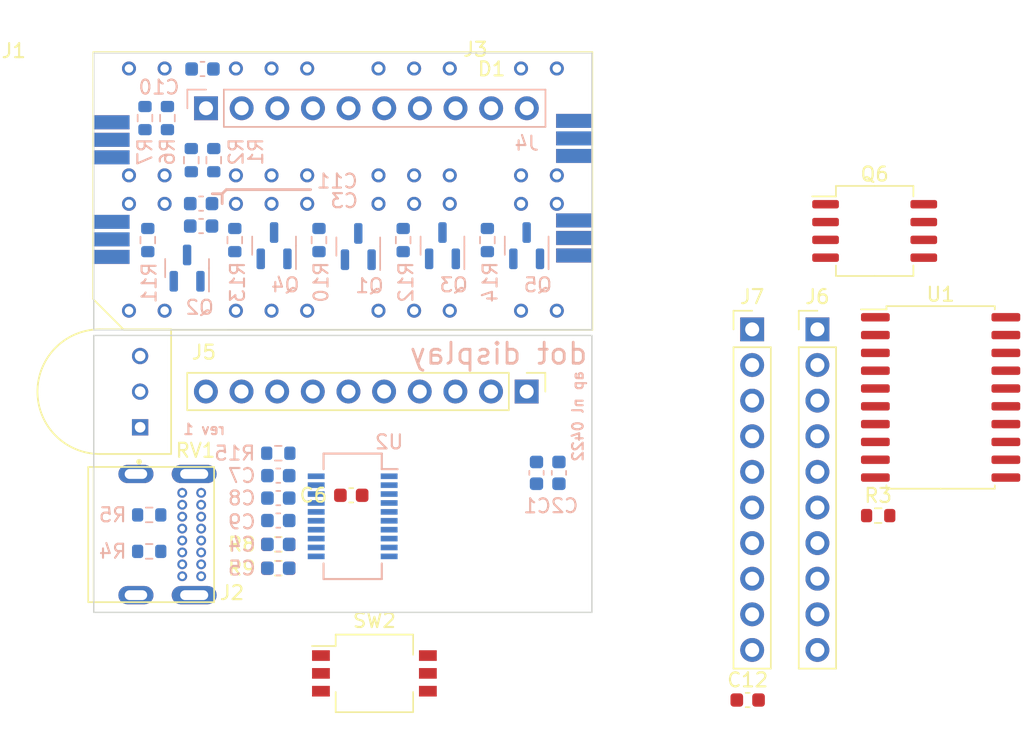
<source format=kicad_pcb>
(kicad_pcb (version 20211014) (generator pcbnew)
  (layers (0 "F.Cu" signal) (31 "B.Cu" signal) (34 "B.Paste" user) (35 "F.Paste" user) (36 "B.SilkS" user "B.Silkscreen") (37 "F.SilkS" user "F.Silkscreen") (38 "B.Mask" user) (39 "F.Mask" user) (44 "Edge.Cuts" user))
  (net 0 "")
  (net 1 "Net-(D1-Pad26A)")
  (net 2 "/COL_2")
  (net 3 "/COL_4")
  (net 4 "Net-(D1-Pad26B)")
  (net 5 "/COL_1")
  (net 6 "/V_COL")
  (net 7 "/COL_3")
  (net 8 "/COL_5")
  (net 9 "/A_DATA")
  (net 10 "/nBLNK")
  (net 11 "/CLK")
  (net 12 "GND")
  (net 13 "Net-(Q6-Pad3)")
  (net 14 "+5V")
  (net 15 "Net-(J2-PadA5)")
  (net 16 "/D+")
  (net 17 "/D-")
  (net 19 "Net-(J2-PadB5)")
  (net 21 "/MCU_COL_4")
  (net 22 "/MCU_COL_5")
  (net 23 "/POT")
  (net 26 "/MCU_DATA")
  (net 27 "/UPDI")
  (net 28 "/MCU_COL_1")
  (net 29 "/MCU_COL_2")
  (net 30 "/MCU_COL_3")
  (net 33 "+3V3")
  (net 39 "Net-(R9-Pad1)")
  (net 40 "Net-(R8-Pad1)")
  (net 44 "Net-(R15-Pad2)")
  (net 45 "Net-(Q1-Pad3)")
  (net 46 "Net-(Q2-Pad3)")
  (net 47 "Net-(Q3-Pad3)")
  (net 48 "Net-(Q4-Pad3)")
  (net 49 "Net-(Q5-Pad3)")
  (net 50 "/B_DATA")
  (net 52 "/DAISY_A_DATA")
  (net 54 "/DAISY_B_DATA")
  (net 55 "Net-(J2-PadA4)")
  (net 66 "/COL_PWM")
  (footprint "Package_SO:SOIC-20W_7.5x12.8mm_P1.27mm" (layer "F.Cu") (at 223.1 114.42)
    (fp_text reference "U1" (at 0 -7.35) (layer "F.SilkS"))
    (fp_text value "ATtiny826-SXX")
    (fp_line (start -3.86 -6.51) (end -3.86 -6.275) (layer "F.SilkS") (width 0.12))
    (fp_line (start -3.86 -6.275) (end -5.675 -6.275) (layer "F.SilkS") (width 0.12))
    (fp_line (start 0 6.51) (end -3.86 6.51) (layer "F.SilkS") (width 0.12))
    (fp_line (start 3.86 6.51) (end 3.86 6.275) (layer "F.SilkS") (width 0.12))
    (fp_line (start 0 -6.51) (end -3.86 -6.51) (layer "F.SilkS") (width 0.12))
    (fp_line (start -3.86 6.51) (end -3.86 6.275) (layer "F.SilkS") (width 0.12))
    (fp_line (start 0 6.51) (end 3.86 6.51) (layer "F.SilkS") (width 0.12))
    (fp_line (start 3.86 -6.51) (end 3.86 -6.275) (layer "F.SilkS") (width 0.12))
    (fp_line (start 0 -6.51) (end 3.86 -6.51) (layer "F.SilkS") (width 0.12))
    (pad "1" smd roundrect (at -4.65 -5.715) (size 2.05 0.6) (layers "F.Cu" "F.Paste" "F.Mask") (net 14 "+5V"))
    (pad "2" smd roundrect (at -4.65 -4.445) (size 2.05 0.6) (layers "F.Cu" "F.Paste" "F.Mask"))
    (pad "3" smd roundrect (at -4.65 -3.175) (size 2.05 0.6) (layers "F.Cu" "F.Paste" "F.Mask") (net 11 "/CLK"))
    (pad "4" smd roundrect (at -4.65 -1.905) (size 2.05 0.6) (layers "F.Cu" "F.Paste" "F.Mask"))
    (pad "5" smd roundrect (at -4.65 -0.635) (size 2.05 0.6) (layers "F.Cu" "F.Paste" "F.Mask") (net 10 "/nBLNK"))
    (pad "6" smd roundrect (at -4.65 0.635) (size 2.05 0.6) (layers "F.Cu" "F.Paste" "F.Mask") (net 26 "/MCU_DATA"))
    (pad "7" smd roundrect (at -4.65 1.905) (size 2.05 0.6) (layers "F.Cu" "F.Paste" "F.Mask") (net 22 "/MCU_COL_5"))
    (pad "8" smd roundrect (at -4.65 3.175) (size 2.05 0.6) (layers "F.Cu" "F.Paste" "F.Mask") (net 21 "/MCU_COL_4"))
    (pad "9" smd roundrect (at -4.65 4.445) (size 2.05 0.6) (layers "F.Cu" "F.Paste" "F.Mask") (net 30 "/MCU_COL_3"))
    (pad "10" smd roundrect (at -4.65 5.715) (size 2.05 0.6) (layers "F.Cu" "F.Paste" "F.Mask") (net 29 "/MCU_COL_2"))
    (pad "11" smd roundrect (at 4.65 5.715) (size 2.05 0.6) (layers "F.Cu" "F.Paste" "F.Mask") (net 28 "/MCU_COL_1"))
    (pad "12" smd roundrect (at 4.65 4.445) (size 2.05 0.6) (layers "F.Cu" "F.Paste" "F.Mask"))
    (pad "13" smd roundrect (at 4.65 3.175) (size 2.05 0.6) (layers "F.Cu" "F.Paste" "F.Mask"))
    (pad "14" smd roundrect (at 4.65 1.905) (size 2.05 0.6) (layers "F.Cu" "F.Paste" "F.Mask"))
    (pad "15" smd roundrect (at 4.65 0.635) (size 2.05 0.6) (layers "F.Cu" "F.Paste" "F.Mask"))
    (pad "16" smd roundrect (at 4.65 -0.635) (size 2.05 0.6) (layers "F.Cu" "F.Paste" "F.Mask") (net 27 "/UPDI"))
    (pad "17" smd roundrect (at 4.65 -1.905) (size 2.05 0.6) (layers "F.Cu" "F.Paste" "F.Mask"))
    (pad "18" smd roundrect (at 4.65 -3.175) (size 2.05 0.6) (layers "F.Cu" "F.Paste" "F.Mask") (net 23 "/POT"))
    (pad "19" smd roundrect (at 4.65 -4.445) (size 2.05 0.6) (layers "F.Cu" "F.Paste" "F.Mask") (net 66 "/COL_PWM"))
    (pad "20" smd roundrect (at 4.65 -5.715) (size 2.05 0.6) (layers "F.Cu" "F.Paste" "F.Mask") (net 12 "GND"))
  )
  (footprint "Resistor_SMD:R_0603_1608Metric" (layer "F.Cu") (at 175.9 124.9 180)
    (fp_text reference "R8" (at 2.6 0) (layer "F.SilkS"))
    (fp_text value "27")
    (fp_line (start -0.237258 -0.5225) (end 0.237258 -0.5225) (layer "F.SilkS") (width 0.12))
    (fp_line (start -0.237258 0.5225) (end 0.237258 0.5225) (layer "F.SilkS") (width 0.12))
    (pad "1" smd roundrect (at -0.825 0 180) (size 0.8 0.95) (layers "F.Cu" "F.Paste" "F.Mask") (net 40 "Net-(R8-Pad1)"))
    (pad "2" smd roundrect (at 0.825 0 180) (size 0.8 0.95) (layers "F.Cu" "F.Paste" "F.Mask") (net 17 "/D-"))
  )
  (footprint "hcms:input board to board con top bot" (layer "F.Cu") (at 196.95 99.55)
    (fp_text reference "J3" (at -7 -9.95 unlocked) (layer "F.SilkS"))
    (fp_text value "Conn_01x12")
    (pad "1" smd rect (at 0 -4.85) (size 2.5 1) (layers "B.Cu" "B.Paste" "B.Mask") (net 14 "+5V"))
    (pad "2" smd rect (at 0 -3.6) (size 2.5 1) (layers "B.Cu" "B.Paste" "B.Mask") (net 6 "/V_COL"))
    (pad "3" smd rect (at 0 -4.85) (size 2.5 1) (layers "F.Cu" "F.Paste" "F.Mask") (net 28 "/MCU_COL_1"))
    (pad "4" smd rect (at 0 -3.6) (size 2.5 1) (layers "F.Cu" "F.Paste" "F.Mask") (net 29 "/MCU_COL_2"))
    (pad "5" smd rect (at 0 -2.35) (size 2.5 1) (layers "F.Cu" "F.Paste" "F.Mask") (net 30 "/MCU_COL_3"))
    (pad "6" smd rect (at 0 2.25) (size 2.5 1) (layers "F.Cu" "F.Paste" "F.Mask") (net 21 "/MCU_COL_4"))
    (pad "7" smd rect (at 0 3.5) (size 2.5 1) (layers "F.Cu" "F.Paste" "F.Mask") (net 22 "/MCU_COL_5"))
    (pad "8" smd rect (at 0 4.75) (size 2.5 1) (layers "F.Cu" "F.Paste" "F.Mask") (net 10 "/nBLNK"))
    (pad "9" smd rect (at 0 -2.35) (size 2.5 1) (layers "B.Cu" "B.Paste" "B.Mask") (net 11 "/CLK"))
    (pad "10" smd rect (at 0 2.25) (size 2.5 1) (layers "B.Cu" "B.Paste" "B.Mask") (net 52 "/DAISY_A_DATA"))
    (pad "11" smd rect (at 0 3.5) (size 2.5 1) (layers "B.Cu" "B.Paste" "B.Mask") (net 54 "/DAISY_B_DATA"))
    (pad "12" smd rect (at 0 4.75) (size 2.5 1) (layers "B.Cu" "B.Paste" "B.Mask") (net 12 "GND"))
  )
  (footprint "Connector_PinHeader_2.54mm:PinHeader_1x10_P2.54mm_Vertical" (layer "F.Cu") (at 214.32 109.57)
    (fp_text reference "J6" (at 0 -2.33) (layer "F.SilkS"))
    (fp_text value "Conn_01x10_Male")
    (fp_line (start -1.33 0) (end -1.33 -1.33) (layer "F.SilkS") (width 0.12))
    (fp_line (start 1.33 1.27) (end 1.33 24.19) (layer "F.SilkS") (width 0.12))
    (fp_line (start -1.33 -1.33) (end 0 -1.33) (layer "F.SilkS") (width 0.12))
    (fp_line (start -1.33 24.19) (end 1.33 24.19) (layer "F.SilkS") (width 0.12))
    (fp_line (start -1.33 1.27) (end -1.33 24.19) (layer "F.SilkS") (width 0.12))
    (fp_line (start -1.33 1.27) (end 1.33 1.27) (layer "F.SilkS") (width 0.12))
    (pad "1" thru_hole rect (at 0 0) (size 1.7 1.7) (drill 1) (layers *.Cu *.Mask) (net 14 "+5V"))
    (pad "2" thru_hole oval (at 0 2.54) (size 1.7 1.7) (drill 1) (layers *.Cu *.Mask) (net 28 "/MCU_COL_1"))
    (pad "3" thru_hole oval (at 0 5.08) (size 1.7 1.7) (drill 1) (layers *.Cu *.Mask) (net 29 "/MCU_COL_2"))
    (pad "4" thru_hole oval (at 0 7.62) (size 1.7 1.7) (drill 1) (layers *.Cu *.Mask) (net 30 "/MCU_COL_3"))
    (pad "5" thru_hole oval (at 0 10.16) (size 1.7 1.7) (drill 1) (layers *.Cu *.Mask) (net 21 "/MCU_COL_4"))
    (pad "6" thru_hole oval (at 0 12.7) (size 1.7 1.7) (drill 1) (layers *.Cu *.Mask) (net 22 "/MCU_COL_5"))
    (pad "7" thru_hole oval (at 0 15.24) (size 1.7 1.7) (drill 1) (layers *.Cu *.Mask) (net 10 "/nBLNK"))
    (pad "8" thru_hole oval (at 0 17.78) (size 1.7 1.7) (drill 1) (layers *.Cu *.Mask) (net 11 "/CLK"))
    (pad "9" thru_hole oval (at 0 20.32) (size 1.7 1.7) (drill 1) (layers *.Cu *.Mask) (net 26 "/MCU_DATA"))
    (pad "10" thru_hole oval (at 0 22.86) (size 1.7 1.7) (drill 1) (layers *.Cu *.Mask) (net 12 "GND"))
  )
  (footprint "Capacitor_SMD:C_0603_1608Metric" (layer "F.Cu") (at 209.35 136)
    (fp_text reference "C12" (at 0 -1.43) (layer "F.SilkS"))
    (fp_text value "100nF")
    (fp_line (start -0.14058 -0.51) (end 0.14058 -0.51) (layer "F.SilkS") (width 0.12))
    (fp_line (start -0.14058 0.51) (end 0.14058 0.51) (layer "F.SilkS") (width 0.12))
    (pad "1" smd roundrect (at -0.775 0) (size 0.9 0.95) (layers "F.Cu" "F.Paste" "F.Mask") (net 6 "/V_COL"))
    (pad "2" smd roundrect (at 0.775 0) (size 0.9 0.95) (layers "F.Cu" "F.Paste" "F.Mask") (net 12 "GND"))
  )
  (footprint "Capacitor_SMD:C_0603_1608Metric" (layer "F.Cu") (at 181.1 121.4 180)
    (fp_text reference "C6" (at 2.7 0) (layer "F.SilkS"))
    (fp_text value "100nF")
    (fp_line (start -0.14058 0.51) (end 0.14058 0.51) (layer "F.SilkS") (width 0.12))
    (fp_line (start -0.14058 -0.51) (end 0.14058 -0.51) (layer "F.SilkS") (width 0.12))
    (pad "1" smd roundrect (at -0.775 0 180) (size 0.9 0.95) (layers "F.Cu" "F.Paste" "F.Mask") (net 33 "+3V3"))
    (pad "2" smd roundrect (at 0.775 0 180) (size 0.9 0.95) (layers "F.Cu" "F.Paste" "F.Mask") (net 12 "GND"))
  )
  (footprint "Connector_PinHeader_2.54mm:PinHeader_1x10_P2.54mm_Vertical" (layer "F.Cu") (at 209.67 109.57)
    (fp_text reference "J7" (at 0 -2.33) (layer "F.SilkS"))
    (fp_text value "Conn_01x10_Female")
    (fp_line (start -1.33 -1.33) (end 0 -1.33) (layer "F.SilkS") (width 0.12))
    (fp_line (start -1.33 24.19) (end 1.33 24.19) (layer "F.SilkS") (width 0.12))
    (fp_line (start -1.33 1.27) (end 1.33 1.27) (layer "F.SilkS") (width 0.12))
    (fp_line (start -1.33 0) (end -1.33 -1.33) (layer "F.SilkS") (width 0.12))
    (fp_line (start 1.33 1.27) (end 1.33 24.19) (layer "F.SilkS") (width 0.12))
    (fp_line (start -1.33 1.27) (end -1.33 24.19) (layer "F.SilkS") (width 0.12))
    (pad "1" thru_hole rect (at 0 0) (size 1.7 1.7) (drill 1) (layers *.Cu *.Mask) (net 14 "+5V"))
    (pad "2" thru_hole oval (at 0 2.54) (size 1.7 1.7) (drill 1) (layers *.Cu *.Mask) (net 28 "/MCU_COL_1"))
    (pad "3" thru_hole oval (at 0 5.08) (size 1.7 1.7) (drill 1) (layers *.Cu *.Mask) (net 29 "/MCU_COL_2"))
    (pad "4" thru_hole oval (at 0 7.62) (size 1.7 1.7) (drill 1) (layers *.Cu *.Mask) (net 30 "/MCU_COL_3"))
    (pad "5" thru_hole oval (at 0 10.16) (size 1.7 1.7) (drill 1) (layers *.Cu *.Mask) (net 21 "/MCU_COL_4"))
    (pad "6" thru_hole oval (at 0 12.7) (size 1.7 1.7) (drill 1) (layers *.Cu *.Mask) (net 22 "/MCU_COL_5"))
    (pad "7" thru_hole oval (at 0 15.24) (size 1.7 1.7) (drill 1) (layers *.Cu *.Mask) (net 10 "/nBLNK"))
    (pad "8" thru_hole oval (at 0 17.78) (size 1.7 1.7) (drill 1) (layers *.Cu *.Mask) (net 11 "/CLK"))
    (pad "9" thru_hole oval (at 0 20.32) (size 1.7 1.7) (drill 1) (layers *.Cu *.Mask) (net 26 "/MCU_DATA"))
    (pad "10" thru_hole oval (at 0 22.86) (size 1.7 1.7) (drill 1) (layers *.Cu *.Mask) (net 12 "GND"))
  )
  (footprint "Resistor_SMD:R_0603_1608Metric" (layer "F.Cu") (at 218.65 122.85)
    (fp_text reference "R3" (at 0 -1.43) (layer "F.SilkS"))
    (fp_text value "200")
    (fp_line (start -0.237258 0.5225) (end 0.237258 0.5225) (layer "F.SilkS") (width 0.12))
    (fp_line (start -0.237258 -0.5225) (end 0.237258 -0.5225) (layer "F.SilkS") (width 0.12))
    (pad "1" smd roundrect (at -0.825 0) (size 0.8 0.95) (layers "F.Cu" "F.Paste" "F.Mask") (net 66 "/COL_PWM"))
    (pad "2" smd roundrect (at 0.825 0) (size 0.8 0.95) (layers "F.Cu" "F.Paste" "F.Mask") (net 13 "Net-(Q6-Pad3)"))
  )
  (footprint "hcms:TRIM_3352T-1-201LF" (layer "F.Cu") (at 163.1825 114.01 90)
    (fp_text reference "RV1" (at -4.19 6.8175 180) (layer "F.SilkS"))
    (fp_text value "R_Potentiometer")
    (fp_line (start 4.445 0) (end 4.445 5.08) (layer "F.SilkS") (width 0.127))
    (fp_line (start -4.445 5.08) (end 4.445 5.08) (layer "F.SilkS") (width 0.127))
    (fp_line (start -4.445 0) (end -4.445 5.08) (layer "F.SilkS") (width 0.127))
    (fp_arc (start -4.445 0) (mid 0 -4.445) (end 4.445 0) (layer "F.SilkS") (width 0.127))
    (fp_circle (center -5 2.8) (end -4.9 2.8) (layer "F.SilkS") (width 0.2) (fill none))
    (pad "1" thru_hole rect (at -2.54 2.87 90) (size 1.16 1.16) (drill 0.76) (layers *.Cu *.Mask) (net 14 "+5V"))
    (pad "2" thru_hole circle (at 0 2.87 90) (size 1.16 1.16) (drill 0.76) (layers *.Cu *.Mask) (net 23 "/POT"))
    (pad "3" thru_hole circle (at 2.54 2.87 90) (size 1.16 1.16) (drill 0.76) (layers *.Cu *.Mask) (net 12 "GND"))
  )
  (footprint "hcms:input board to board con top bot" (layer "F.Cu") (at 164.05 99.65)
    (fp_text reference "J1" (at -7 -9.95 unlocked) (layer "F.SilkS"))
    (fp_text value "Conn_01x12")
    (pad "1" smd rect (at 0 -4.85) (size 2.5 1) (layers "B.Cu" "B.Paste" "B.Mask") (net 14 "+5V"))
    (pad "2" smd rect (at 0 -3.6) (size 2.5 1) (layers "B.Cu" "B.Paste" "B.Mask") (net 6 "/V_COL"))
    (pad "3" smd rect (at 0 -4.85) (size 2.5 1) (layers "F.Cu" "F.Paste" "F.Mask") (net 28 "/MCU_COL_1"))
    (pad "4" smd rect (at 0 -3.6) (size 2.5 1) (layers "F.Cu" "F.Paste" "F.Mask") (net 29 "/MCU_COL_2"))
    (pad "5" smd rect (at 0 -2.35) (size 2.5 1) (layers "F.Cu" "F.Paste" "F.Mask") (net 30 "/MCU_COL_3"))
    (pad "6" smd rect (at 0 2.25) (size 2.5 1) (layers "F.Cu" "F.Paste" "F.Mask") (net 21 "/MCU_COL_4"))
    (pad "7" smd rect (at 0 3.5) (size 2.5 1) (layers "F.Cu" "F.Paste" "F.Mask") (net 22 "/MCU_COL_5"))
    (pad "8" smd rect (at 0 4.75) (size 2.5 1) (layers "F.Cu" "F.Paste" "F.Mask") (net 10 "/nBLNK"))
    (pad "9" smd rect (at 0 -2.35) (size 2.5 1) (layers "B.Cu" "B.Paste" "B.Mask") (net 11 "/CLK"))
    (pad "10" smd rect (at 0 2.25) (size 2.5 1) (layers "B.Cu" "B.Paste" "B.Mask") (net 52 "/DAISY_A_DATA"))
    (pad "11" smd rect (at 0 3.5) (size 2.5 1) (layers "B.Cu" "B.Paste" "B.Mask") (net 54 "/DAISY_B_DATA"))
    (pad "12" smd rect (at 0 4.75) (size 2.5 1) (layers "B.Cu" "B.Paste" "B.Mask") (net 12 "GND"))
  )
  (footprint "Resistor_SMD:R_0603_1608Metric" (layer "F.Cu") (at 175.9 126.6 180)
    (fp_text reference "R9" (at 2.6 0) (layer "F.SilkS"))
    (fp_text value "27")
    (fp_line (start -0.237258 0.5225) (end 0.237258 0.5225) (layer "F.SilkS") (width 0.12))
    (fp_line (start -0.237258 -0.5225) (end 0.237258 -0.5225) (layer "F.SilkS") (width 0.12))
    (pad "1" smd roundrect (at -0.825 0 180) (size 0.8 0.95) (layers "F.Cu" "F.Paste" "F.Mask") (net 39 "Net-(R9-Pad1)"))
    (pad "2" smd roundrect (at 0.825 0 180) (size 0.8 0.95) (layers "F.Cu" "F.Paste" "F.Mask") (net 16 "/D+"))
  )
  (footprint "Package_SO:SO-8_5.3x6.2mm_P1.27mm" (layer "F.Cu") (at 218.4 102.55)
    (fp_text reference "Q6" (at 0 -4.05) (layer "F.SilkS"))
    (fp_text value "Q_PMOS_DSG")
    (fp_line (start -2.76 3.21) (end -2.76 2.465) (layer "F.SilkS") (width 0.12))
    (fp_line (start 0 -3.21) (end 2.76 -3.21) (layer "F.SilkS") (width 0.12))
    (fp_line (start 2.76 -3.21) (end 2.76 -2.465) (layer "F.SilkS") (width 0.12))
    (fp_line (start 0 3.21) (end 2.76 3.21) (layer "F.SilkS") (width 0.12))
    (fp_line (start 0 -3.21) (end -2.76 -3.21) (layer "F.SilkS") (width 0.12))
    (fp_line (start 0 3.21) (end -2.76 3.21) (layer "F.SilkS") (width 0.12))
    (fp_line (start -2.76 -2.465) (end -4.45 -2.465) (layer "F.SilkS") (width 0.12))
    (fp_line (start -2.76 -3.21) (end -2.76 -2.465) (layer "F.SilkS") (width 0.12))
    (fp_line (start 2.76 3.21) (end 2.76 2.465) (layer "F.SilkS") (width 0.12))
    (pad "1" smd roundrect (at -3.5 -1.905) (size 1.9 0.6) (layers "F.Cu" "F.Paste" "F.Mask") (net 6 "/V_COL"))
    (pad "2" smd roundrect (at -3.5 -0.635) (size 1.9 0.6) (layers "F.Cu" "F.Paste" "F.Mask") (net 14 "+5V"))
    (pad "3" smd roundrect (at -3.5 0.635) (size 1.9 0.6) (layers "F.Cu" "F.Paste" "F.Mask") (net 13 "Net-(Q6-Pad3)"))
    (pad "4" smd roundrect (at -3.5 1.905) (size 1.9 0.6) (layers "F.Cu" "F.Paste" "F.Mask"))
    (pad "5" smd roundrect (at 3.5 1.905) (size 1.9 0.6) (layers "F.Cu" "F.Paste" "F.Mask"))
    (pad "6" smd roundrect (at 3.5 0.635) (size 1.9 0.6) (layers "F.Cu" "F.Paste" "F.Mask"))
    (pad "7" smd roundrect (at 3.5 -0.635) (size 1.9 0.6) (layers "F.Cu" "F.Paste" "F.Mask"))
    (pad "8" smd roundrect (at 3.5 -1.905) (size 1.9 0.6) (layers "F.Cu" "F.Paste" "F.Mask"))
  )
  (footprint "hcms:HCMS-2722" (layer "F.Cu") (at 180.5 99.6)
    (fp_text reference "D1" (at 10.6 -8.6 unlocked) (layer "F.SilkS"))
    (fp_text value "HCMS-272X")
    (fp_line (start -17.78 -9.805) (end -17.8 7.8) (layer "F.SilkS") (width 0.12))
    (fp_line (start 17.78 10.005) (end 17.78 -9.805) (layer "F.SilkS") (width 0.12))
    (fp_line (start 17.78 10.005) (end -15.6 10) (layer "F.SilkS") (width 0.12))
    (fp_line (start -17.78 -9.805) (end 17.78 -9.805) (layer "F.SilkS") (width 0.12))
    (fp_line (start -17.8 7.8) (end -15.6 10) (layer "F.SilkS") (width 0.12))
    (pad "1A" thru_hole circle locked (at -15.24 8.635) (size 1 1) (drill 0.61) (layers *.Cu *.Mask))
    (pad "1B" thru_hole circle locked (at -15.24 -1.015) (size 1 1) (drill 0.61) (layers *.Cu *.Mask))
    (pad "2A" thru_hole circle locked (at -12.7 8.635) (size 1 1) (drill 0.61) (layers *.Cu *.Mask) (net 2 "/COL_2"))
    (pad "2B" thru_hole circle locked (at -12.7 -1.015) (size 1 1) (drill 0.61) (layers *.Cu *.Mask) (net 2 "/COL_2"))
    (pad "4A" thru_hole circle locked (at -7.62 8.635) (size 1 1) (drill 0.61) (layers *.Cu *.Mask) (net 3 "/COL_4"))
    (pad "4B" thru_hole circle locked (at -7.62 -1.015) (size 1 1) (drill 0.61) (layers *.Cu *.Mask) (net 3 "/COL_4"))
    (pad "5A" thru_hole circle locked (at -5.08 8.635) (size 1 1) (drill 0.61) (layers *.Cu *.Mask))
    (pad "5B" thru_hole circle locked (at -5.08 -1.015) (size 1 1) (drill 0.61) (layers *.Cu *.Mask))
    (pad "6A" thru_hole circle locked (at -2.54 8.635) (size 1 1) (drill 0.61) (layers *.Cu *.Mask))
    (pad "6B" thru_hole circle locked (at -2.54 -1.015) (size 1 1) (drill 0.61) (layers *.Cu *.Mask))
    (pad "8A" thru_hole circle locked (at 2.54 8.635) (size 1 1) (drill 0.61) (layers *.Cu *.Mask) (net 5 "/COL_1"))
    (pad "8B" thru_hole circle locked (at 2.54 -1.015) (size 1 1) (drill 0.61) (layers *.Cu *.Mask) (net 5 "/COL_1"))
    (pad "9A" thru_hole circle locked (at 5.08 8.635) (size 1 1) (drill 0.61) (layers *.Cu *.Mask))
    (pad "9B" thru_hole circle locked (at 5.08 -1.015) (size 1 1) (drill 0.61) (layers *.Cu *.Mask))
    (pad "10A" thru_hole circle locked (at 7.62 8.635) (size 1 1) (drill 0.61) (layers *.Cu *.Mask) (net 7 "/COL_3"))
    (pad "10B" thru_hole circle locked (at 7.62 -1.015) (size 1 1) (drill 0.61) (layers *.Cu *.Mask) (net 7 "/COL_3"))
    (pad "12A" thru_hole circle locked (at 12.7 8.635) (size 1 1) (drill 0.61) (layers *.Cu *.Mask) (net 8 "/COL_5"))
    (pad "12B" thru_hole circle locked (at 12.7 -1.015) (size 1 1) (drill 0.61) (layers *.Cu *.Mask) (net 8 "/COL_5"))
    (pad "13A" thru_hole circle locked (at 15.25 8.635) (size 1 1) (drill 0.61) (layers *.Cu *.Mask))
    (pad "13B" thru_hole circle locked (at 15.25 -1.015) (size 1 1) (drill 0.61) (layers *.Cu *.Mask))
    (pad "14A" thru_hole circle locked (at 15.25 1.015) (size 1 1) (drill 0.61) (layers *.Cu *.Mask) (net 9 "/A_DATA"))
    (pad "14B" thru_hole circle locked (at 15.25 -8.635) (size 1 1) (drill 0.61) (layers *.Cu *.Mask) (net 50 "/B_DATA"))
    (pad "15A" thru_hole circle locked (at 12.7 1.015) (size 1 1) (drill 0.61) (layers *.Cu *.Mask) (net 10 "/nBLNK"))
    (pad "15B" thru_hole circle locked (at 12.7 -8.635) (size 1 1) (drill 0.61) (layers *.Cu *.Mask) (net 10 "/nBLNK"))
    (pad "17A" thru_hole circle locked (at 7.62 1.015) (size 1 1) (drill 0.61) (layers *.Cu *.Mask) (net 11 "/CLK"))
    (pad "17B" thru_hole circle locked (at 7.62 -8.635) (size 1 1) (drill 0.61) (layers *.Cu *.Mask) (net 11 "/CLK"))
    (pad "18A" thru_hole circle locked (at 5.08 1.015) (size 1 1) (drill 0.61) (layers *.Cu *.Mask) (net 12 "GND"))
    (pad "18B" thru_hole circle locked (at 5.08 -8.635) (size 1 1) (drill 0.61) (layers *.Cu *.Mask) (net 12 "GND"))
    (pad "19A" thru_hole circle locked (at 2.54 1.015) (size 1 1) (drill 0.61) (layers *.Cu *.Mask))
    (pad "19B" thru_hole circle locked (at 2.54 -8.635) (size 1 1) (drill 0.61) (layers *.Cu *.Mask))
    (pad "21A" thru_hole circle locked (at -2.54 1.015) (size 1 1) (drill 0.61) (layers *.Cu *.Mask))
    (pad "21B" thru_hole circle locked (at -2.54 -8.635) (size 1 1) (drill 0.61) (layers *.Cu *.Mask))
    (pad "22A" thru_hole circle locked (at -5.08 1.015) (size 1 1) (drill 0.61) (layers *.Cu *.Mask) (net 10 "/nBLNK"))
    (pad "22B" thru_hole circle locked (at -5.08 -8.635) (size 1 1) (drill 0.61) (layers *.Cu *.Mask) (net 10 "/nBLNK"))
    (pad "23A" thru_hole circle locked (at -7.62 1.015) (size 1 1) (drill 0.61) (layers *.Cu *.Mask) (net 14 "+5V"))
    (pad "23B" thru_hole circle locked (at -7.62 -8.635) (size 1 1) (drill 0.61) (layers *.Cu *.Mask) (net 14 "+5V"))
    (pad "25A" thru_hole circle locked (at -12.7 1.015) (size 1 1) (drill 0.61) (layers *.Cu *.Mask) (net 12 "GND"))
    (pad "25B" thru_hole circle locked (at -12.7 -8.635) (size 1 1) (drill 0.61) (layers *.Cu *.Mask) (net 12 "GND"))
    (pad "26A" thru_hole circle locked (at -15.24 1.015) (size 1 1) (drill 0.61) (layers *.Cu *.Mask) (net 1 "Net-(D1-Pad26A)"))
    (pad "26B" thru_hole circle locked (at -15.24 -8.635) (size 1 1) (drill 0.61) (layers *.Cu *.Mask) (net 4 "Net-(D1-Pad26B)"))
  )
  (footprint "Button_Switch_SMD:SW_DIP_SPSTx03_Slide_KingTek_DSHP03TS_W7.62mm_P1.27mm" (layer "F.Cu") (at 182.75 134.1)
    (fp_text reference "SW2" (at 0 -3.765) (layer "F.SilkS"))
    (fp_text value "SW_SPST")
    (fp_line (start 2.76 -2.766) (end 2.76 -1.331) (layer "F.SilkS") (width 0.12))
    (fp_line (start -2.76 -2.766) (end -2.76 -1.95) (layer "F.SilkS") (width 0.12))
    (fp_line (start -2.76 -2.766) (end 2.76 -2.766) (layer "F.SilkS") (width 0.12))
    (fp_line (start 2.76 1.33) (end 2.76 2.765) (layer "F.SilkS") (width 0.12))
    (fp_line (start -4.446 -1.95) (end -2.76 -1.95) (layer "F.SilkS") (width 0.12))
    (fp_line (start -2.76 1.33) (end -2.76 2.765) (layer "F.SilkS") (width 0.12))
    (fp_line (start -2.76 2.765) (end 2.76 2.765) (layer "F.SilkS") (width 0.12))
    (pad "1" smd rect (at -3.81 -1.27) (size 1.27 0.76) (layers "F.Cu" "F.Paste" "F.Mask") (net 55 "Net-(J2-PadA4)"))
    (pad "2" smd rect (at -3.81 0) (size 1.27 0.76) (layers "F.Cu" "F.Paste" "F.Mask") (net 14 "+5V"))
    (pad "3" smd rect (at -3.81 1.27) (size 1.27 0.76) (layers "F.Cu" "F.Paste" "F.Mask"))
    (pad "4" smd rect (at 3.81 1.27) (size 1.27 0.76) (layers "F.Cu" "F.Paste" "F.Mask"))
    (pad "5" smd rect (at 3.81 0) (size 1.27 0.76) (layers "F.Cu" "F.Paste" "F.Mask"))
    (pad "6" smd rect (at 3.81 -1.27) (size 1.27 0.76) (layers "F.Cu" "F.Paste" "F.Mask"))
  )
  (footprint "hcms:213716-0001" (layer "F.Cu") (at 166.84 124.2 -90)
    (fp_text reference "J2" (at 4.15 -5.76 unlocked) (layer "F.SilkS"))
    (fp_text value "USB_C_Receptacle_USB2.0")
    (fp_line (start -4.82 -4.485) (end 4.82 -4.485) (layer "F.SilkS") (width 0.12))
    (fp_line (start 4.82 -4.485) (end 4.82 4.485) (layer "F.SilkS") (width 0.12))
    (fp_line (start 4.82 4.485) (end -4.82 4.485) (layer "F.SilkS") (width 0.12))
    (fp_line (start -4.82 4.485) (end -4.82 -4.485) (layer "F.SilkS") (width 0.12))
    (fp_line (start -4.8 4.1) (end 4.8 4.1) (layer "F.SilkS") (width 0.12))
    (pad "A1" thru_hole circle (at -2.975 -3.565 270) (size 0.7 0.7) (drill 0.4) (layers *.Cu *.Mask) (net 12 "GND"))
    (pad "A4" thru_hole circle (at -2.125 -3.565 270) (size 0.7 0.7) (drill 0.4) (layers *.Cu *.Mask) (net 55 "Net-(J2-PadA4)"))
    (pad "A5" thru_hole circle (at -1.275 -3.565 270) (size 0.7 0.7) (drill 0.4) (layers *.Cu *.Mask) (net 15 "Net-(J2-PadA5)"))
    (pad "A6" thru_hole circle (at -0.425 -3.565 270) (size 0.7 0.7) (drill 0.4) (layers *.Cu *.Mask) (net 16 "/D+"))
    (pad "A7" thru_hole circle (at 0.425 -3.565 270) (size 0.7 0.7) (drill 0.4) (layers *.Cu *.Mask) (net 17 "/D-"))
    (pad "A8" thru_hole circle (at 1.275 -3.565 270) (size 0.7 0.7) (drill 0.4) (layers *.Cu *.Mask))
    (pad "A9" thru_hole circle (at 2.125 -3.565 270) (size 0.7 0.7) (drill 0.4) (layers *.Cu *.Mask) (net 55 "Net-(J2-PadA4)"))
    (pad "A12" thru_hole circle (at 2.975 -3.565 270) (size 0.7 0.7) (drill 0.4) (layers *.Cu *.Mask) (net 12 "GND"))
    (pad "B1" thru_hole circle (at 2.975 -2.215 270) (size 0.7 0.7) (drill 0.4) (layers *.Cu *.Mask) (net 12 "GND"))
    (pad "B4" thru_hole circle (at 2.125 -2.215 270) (size 0.7 0.7) (drill 0.4) (layers *.Cu *.Mask) (net 55 "Net-(J2-PadA4)"))
    (pad "B5" thru_hole circle (at 1.275 -2.215 270) (size 0.7 0.7) (drill 0.4) (layers *.Cu *.Mask) (net 19 "Net-(J2-PadB5)"))
    (pad "B6" thru_hole circle (at 0.425 -2.215 270) (size 0.7 0.7) (drill 0.4) (layers *.Cu *.Mask) (net 16 "/D+"))
    (pad "B7" thru_hole circle (at -0.425 -2.215 270) (size 0.7 0.7) (drill 0.4) (layers *.Cu *.Mask) (net 17 "/D-"))
    (pad "B8" thru_hole circle (at -1.275 -2.215 270) (size 0.7 0.7) (drill 0.4) (layers *.Cu *.Mask))
    (pad "B9" thru_hole circle (at -2.125 -2.215 270) (size 0.7 0.7) (drill 0.4) (layers *.Cu *.Mask) (net 55 "Net-(J2-PadA4)"))
    (pad "B12" thru_hole circle (at -2.975 -2.215 270) (size 0.7 0.7) (drill 0.4) (layers *.Cu *.Mask) (net 12 "GND"))
    (pad "S1" thru_hole oval (at 4.32 1.085 270) (size 1.3 2.5) (drill oval 0.7 1.6) (layers *.Cu *.Mask) (net 12 "GND"))
    (pad "S1" thru_hole oval (at 4.32 -3.065 270) (size 1.3 3.2) (drill oval 0.7 2) (layers *.Cu *.Mask) (net 12 "GND"))
    (pad "S1" thru_hole oval (at -4.32 -3.065 270) (size 1.3 3.2) (drill oval 0.7 2) (layers *.Cu *.Mask) (net 12 "GND"))
    (pad "S1" thru_hole oval (at -4.32 1.085 270) (size 1.3 2.5) (drill oval 0.7 1.6) (layers *.Cu *.Mask) (net 12 "GND"))
  )
  (footprint "Connector_PinHeader_2.54mm:PinHeader_1x10_P2.54mm_Vertical" (layer "F.Cu") (at 193.6 114 -90)
    (fp_text reference "J5" (at -2.8 23) (layer "F.SilkS"))
    (fp_text value "Conn_01x10_Male")
    (fp_line (start -1.33 24.19) (end 1.33 24.19) (layer "F.SilkS") (width 0.12))
    (fp_line (start -1.33 1.27) (end -1.33 24.19) (layer "F.SilkS") (width 0.12))
    (fp_line (start -1.33 0) (end -1.33 -1.33) (layer "F.SilkS") (width 0.12))
    (fp_line (start -1.33 1.27) (end 1.33 1.27) (layer "F.SilkS") (width 0.12))
    (fp_line (start -1.33 -1.33) (end 0 -1.33) (layer "F.SilkS") (width 0.12))
    (fp_line (start 1.33 1.27) (end 1.33 24.19) (layer "F.SilkS") (width 0.12))
    (pad "1" thru_hole rect locked (at 0 0 270) (size 1.7 1.7) (drill 1) (layers *.Cu *.Mask) (net 14 "+5V"))
    (pad "2" thru_hole oval locked (at 0 2.54 270) (size 1.7 1.7) (drill 1) (layers *.Cu *.Mask) (net 28 "/MCU_COL_1"))
    (pad "3" thru_hole oval locked (at 0 5.08 270) (size 1.7 1.7) (drill 1) (layers *.Cu *.Mask) (net 29 "/MCU_COL_2"))
    (pad "4" thru_hole oval locked (at 0 7.62 270) (size 1.7 1.7) (drill 1) (layers *.Cu *.Mask) (net 30 "/MCU_COL_3"))
    (pad "5" thru_hole oval locked (at 0 10.16 270) (size 1.7 1.7) (drill 1) (layers *.Cu *.Mask) (net 21 "/MCU_COL_4"))
    (pad "6" thru_hole oval locked (at 0 12.7 270) (size 1.7 1.7) (drill 1) (layers *.Cu *.Mask) (net 22 "/MCU_COL_5"))
    (pad "7" thru_hole oval locked (at 0 15.24 270) (size 1.7 1.7) (drill 1) (layers *.Cu *.Mask) (net 10 "/nBLNK"))
    (pad "8" thru_hole oval locked (at 0 17.78 270) (size 1.7 1.7) (drill 1) (layers *.Cu *.Mask) (net 11 "/CLK"))
    (pad "9" thru_hole oval locked (at 0 20.32 270) (size 1.7 1.7) (drill 1) (layers *.Cu *.Mask) (net 26 "/MCU_DATA"))
    (pad "10" thru_hole oval locked (at 0 22.86 270) (size 1.7 1.7) (drill 1) (layers *.Cu *.Mask) (net 12 "GND"))
  )
  (footprint "Connector_PinHeader_2.54mm:PinHeader_1x10_P2.54mm_Vertical" (layer "B.Cu") (at 170.75 93.8 -90)
    (fp_text reference "J4" (at 2.5 -22.85 180) (layer "B.SilkS") (effects (justify mirror)))
    (fp_text value "Conn_01x10_Female")
    (fp_line (start -1.33 -1.27) (end -1.33 -24.19) (layer "B.SilkS") (width 0.12))
    (fp_line (start -1.33 0) (end -1.33 1.33) (layer "B.SilkS") (width 0.12))
    (fp_line (start 1.33 -1.27) (end 1.33 -24.19) (layer "B.SilkS") (width 0.12))
    (fp_line (start -1.33 -24.19) (end 1.33 -24.19) (layer "B.SilkS") (width 0.12))
    (fp_line (start -1.33 1.33) (end 0 1.33) (layer "B.SilkS") (width 0.12))
    (fp_line (start -1.33 -1.27) (end 1.33 -1.27) (layer "B.SilkS") (width 0.12))
    (pad "1" thru_hole rect locked (at 0 0 270) (size 1.7 1.7) (drill 1) (layers *.Cu *.Mask) (net 14 "+5V"))
    (pad "2" thru_hole oval locked (at 0 -2.54 270) (size 1.7 1.7) (drill 1) (layers *.Cu *.Mask) (net 28 "/MCU_COL_1"))
    (pad "3" thru_hole oval locked (at 0 -5.08 270) (size 1.7 1.7) (drill 1) (layers *.Cu *.Mask) (net 29 "/MCU_COL_2"))
    (pad "4" thru_hole oval locked (at 0 -7.62 270) (size 1.7 1.7) (drill 1) (layers *.Cu *.Mask) (net 30 "/MCU_COL_3"))
    (pad "5" thru_hole oval locked (at 0 -10.16 270) (size 1.7 1.7) (drill 1) (layers *.Cu *.Mask) (net 21 "/MCU_COL_4"))
    (pad "6" thru_hole oval locked (at 0 -12.7 270) (size 1.7 1.7) (drill 1) (layers *.Cu *.Mask) (net 22 "/MCU_COL_5"))
    (pad "7" thru_hole oval locked (at 0 -15.24 270) (size 1.7 1.7) (drill 1) (layers *.Cu *.Mask) (net 10 "/nBLNK"))
    (pad "8" thru_hole oval locked (at 0 -17.78 270) (size 1.7 1.7) (drill 1) (layers *.Cu *.Mask) (net 11 "/CLK"))
    (pad "9" thru_hole oval locked (at 0 -20.32 270) (size 1.7 1.7) (drill 1) (layers *.Cu *.Mask) (net 26 "/MCU_DATA"))
    (pad "10" thru_hole oval locked (at 0 -22.86 270) (size 1.7 1.7) (drill 1) (layers *.Cu *.Mask) (net 12 "GND"))
  )
  (footprint "Package_SO:SSOP-20_3.9x8.7mm_P0.635mm" (layer "B.Cu") (at 181.2 122.9 180)
    (fp_text reference "U2" (at -2.6 5.3) (layer "B.SilkS") (effects (justify mirror)))
    (fp_text value "FT231XS")
    (fp_line (start -2.075 3.365) (end -3.2 3.365) (layer "B.SilkS") (width 0.15))
    (fp_line (start 2.075 -4.475) (end 2.075 -3.365) (layer "B.SilkS") (width 0.15))
    (fp_line (start -2.075 -4.475) (end -2.075 -3.365) (layer "B.SilkS") (width 0.15))
    (fp_line (start -2.075 -4.475) (end 2.075 -4.475) (layer "B.SilkS") (width 0.15))
    (fp_line (start -2.075 3.365) (end -2.075 4.475) (layer "B.SilkS") (width 0.15))
    (fp_line (start -2.075 4.475) (end 2.075 4.475) (layer "B.SilkS") (width 0.15))
    (fp_line (start 2.075 4.475) (end 2.075 3.365) (layer "B.SilkS") (width 0.15))
    (pad "1" smd rect (at -2.6 2.8575 180) (size 1.2 0.4) (layers "B.Cu" "B.Paste" "B.Mask"))
    (pad "2" smd rect (at -2.6 2.2225 180) (size 1.2 0.4) (layers "B.Cu" "B.Paste" "B.Mask"))
    (pad "3" smd rect (at -2.6 1.5875 180) (size 1.2 0.4) (layers "B.Cu" "B.Paste" "B.Mask") (net 33 "+3V3"))
    (pad "4" smd rect (at -2.6 0.9525 180) (size 1.2 0.4) (layers "B.Cu" "B.Paste" "B.Mask") (net 27 "/UPDI"))
    (pad "5" smd rect (at -2.6 0.3175 180) (size 1.2 0.4) (layers "B.Cu" "B.Paste" "B.Mask"))
    (pad "6" smd rect (at -2.6 -0.3175 180) (size 1.2 0.4) (layers "B.Cu" "B.Paste" "B.Mask") (net 12 "GND"))
    (pad "7" smd rect (at -2.6 -0.9525 180) (size 1.2 0.4) (layers "B.Cu" "B.Paste" "B.Mask"))
    (pad "8" smd rect (at -2.6 -1.5875 180) (size 1.2 0.4) (layers "B.Cu" "B.Paste" "B.Mask"))
    (pad "9" smd rect (at -2.6 -2.2225 180) (size 1.2 0.4) (layers "B.Cu" "B.Paste" "B.Mask"))
    (pad "10" smd rect (at -2.6 -2.8575 180) (size 1.2 0.4) (layers "B.Cu" "B.Paste" "B.Mask"))
    (pad "11" smd rect (at 2.6 -2.8575 180) (size 1.2 0.4) (layers "B.Cu" "B.Paste" "B.Mask") (net 39 "Net-(R9-Pad1)"))
    (pad "12" smd rect (at 2.6 -2.2225 180) (size 1.2 0.4) (layers "B.Cu" "B.Paste" "B.Mask") (net 40 "Net-(R8-Pad1)"))
    (pad "13" smd rect (at 2.6 -1.5875 180) (size 1.2 0.4) (layers "B.Cu" "B.Paste" "B.Mask") (net 33 "+3V3"))
    (pad "14" smd rect (at 2.6 -0.9525 180) (size 1.2 0.4) (layers "B.Cu" "B.Paste" "B.Mask") (net 33 "+3V3"))
    (pad "15" smd rect (at 2.6 -0.3175 180) (size 1.2 0.4) (layers "B.Cu" "B.Paste" "B.Mask") (net 14 "+5V"))
    (pad "16" smd rect (at 2.6 0.3175 180) (size 1.2 0.4) (layers "B.Cu" "B.Paste" "B.Mask") (net 12 "GND"))
    (pad "17" smd rect (at 2.6 0.9525 180) (size 1.2 0.4) (layers "B.Cu" "B.Paste" "B.Mask"))
    (pad "18" smd rect (at 2.6 1.5875 180) (size 1.2 0.4) (layers "B.Cu" "B.Paste" "B.Mask"))
    (pad "19" smd rect (at 2.6 2.2225 180) (size 1.2 0.4) (layers "B.Cu" "B.Paste" "B.Mask"))
    (pad "20" smd rect (at 2.6 2.8575 180) (size 1.2 0.4) (layers "B.Cu" "B.Paste" "B.Mask") (net 44 "Net-(R15-Pad2)"))
  )
  (footprint "Capacitor_SMD:C_0603_1608Metric" (layer "B.Cu") (at 175.9 120 180)
    (fp_text reference "C7" (at 2.6 0) (layer "B.SilkS") (effects (justify mirror)))
    (fp_text value "4.7uF")
    (fp_line (start -0.14058 0.51) (end 0.14058 0.51) (layer "B.SilkS") (width 0.12))
    (fp_line (start -0.14058 -0.51) (end 0.14058 -0.51) (layer "B.SilkS") (width 0.12))
    (pad "1" smd roundrect (at -0.775 0 180) (size 0.9 0.95) (layers "B.Cu" "B.Paste" "B.Mask") (net 14 "+5V"))
    (pad "2" smd roundrect (at 0.775 0 180) (size 0.9 0.95) (layers "B.Cu" "B.Paste" "B.Mask") (net 12 "GND"))
  )
  (footprint "Capacitor_SMD:C_0603_1608Metric" (layer "B.Cu") (at 175.9 123.2 180)
    (fp_text reference "C9" (at 2.6 -0.1) (layer "B.SilkS") (effects (justify mirror)))
    (fp_text value "10nF")
    (fp_line (start -0.14058 0.51) (end 0.14058 0.51) (layer "B.SilkS") (width 0.12))
    (fp_line (start -0.14058 -0.51) (end 0.14058 -0.51) (layer "B.SilkS") (width 0.12))
    (pad "1" smd roundrect (at -0.775 0 180) (size 0.9 0.95) (layers "B.Cu" "B.Paste" "B.Mask") (net 14 "+5V"))
    (pad "2" smd roundrect (at 0.775 0 180) (size 0.9 0.95) (layers "B.Cu" "B.Paste" "B.Mask") (net 12 "GND"))
  )
  (footprint "Resistor_SMD:R_0603_1608Metric" (layer "B.Cu") (at 168 94.5 -90)
    (fp_text reference "R6" (at 2.4 0 90) (layer "B.SilkS") (effects (justify mirror)))
    (fp_text value "0")
    (fp_line (start -0.237258 0.5225) (end 0.237258 0.5225) (layer "B.SilkS") (width 0.12))
    (fp_line (start -0.237258 -0.5225) (end 0.237258 -0.5225) (layer "B.SilkS") (width 0.12))
    (pad "1" smd roundrect (at -0.825 0 270) (size 0.8 0.95) (layers "B.Cu" "B.Paste" "B.Mask") (net 4 "Net-(D1-Pad26B)"))
    (pad "2" smd roundrect (at 0.825 0 270) (size 0.8 0.95) (layers "B.Cu" "B.Paste" "B.Mask") (net 9 "/A_DATA"))
  )
  (footprint "Resistor_SMD:R_0603_1608Metric" (layer "B.Cu") (at 172.8 103.2 90)
    (fp_text reference "R13" (at -3 0.2 270) (layer "B.SilkS") (effects (justify mirror)))
    (fp_text value "200")
    (fp_line (start -0.237258 -0.5225) (end 0.237258 -0.5225) (layer "B.SilkS") (width 0.12))
    (fp_line (start -0.237258 0.5225) (end 0.237258 0.5225) (layer "B.SilkS") (width 0.12))
    (pad "1" smd roundrect (at -0.825 0 90) (size 0.8 0.95) (layers "B.Cu" "B.Paste" "B.Mask") (net 48 "Net-(Q4-Pad3)"))
    (pad "2" smd roundrect (at 0.825 0 90) (size 0.8 0.95) (layers "B.Cu" "B.Paste" "B.Mask") (net 21 "/MCU_COL_4"))
  )
  (footprint "Capacitor_SMD:C_0603_1608Metric" (layer "B.Cu") (at 170.5 91 180)
    (fp_text reference "C10" (at 3.1 -1.3) (layer "B.SilkS") (effects (justify mirror)))
    (fp_text value "10nF")
    (fp_line (start -0.14058 0.51) (end 0.14058 0.51) (layer "B.SilkS") (width 0.12))
    (fp_line (start -0.14058 -0.51) (end 0.14058 -0.51) (layer "B.SilkS") (width 0.12))
    (pad "1" smd roundrect (at -0.775 0 180) (size 0.9 0.95) (layers "B.Cu" "B.Paste" "B.Mask") (net 14 "+5V"))
    (pad "2" smd roundrect (at 0.775 0 180) (size 0.9 0.95) (layers "B.Cu" "B.Paste" "B.Mask") (net 12 "GND"))
  )
  (footprint "Resistor_SMD:R_0603_1608Metric" (layer "B.Cu") (at 184.8 103.2 90)
    (fp_text reference "R12" (at -3 0.2 270) (layer "B.SilkS") (effects (justify mirror)))
    (fp_text value "200")
    (fp_line (start -0.237258 0.5225) (end 0.237258 0.5225) (layer "B.SilkS") (width 0.12))
    (fp_line (start -0.237258 -0.5225) (end 0.237258 -0.5225) (layer "B.SilkS") (width 0.12))
    (pad "1" smd roundrect (at -0.825 0 90) (size 0.8 0.95) (layers "B.Cu" "B.Paste" "B.Mask") (net 47 "Net-(Q3-Pad3)"))
    (pad "2" smd roundrect (at 0.825 0 90) (size 0.8 0.95) (layers "B.Cu" "B.Paste" "B.Mask") (net 30 "/MCU_COL_3"))
  )
  (footprint "Package_TO_SOT_SMD:SOT-23" (layer "B.Cu") (at 181.6 103.6625 90)
    (fp_text reference "Q1" (at -2.8 0.8 180) (layer "B.SilkS") (effects (justify mirror)))
    (fp_text value "Q_PMOS_DSG")
    (fp_line (start 0 -1.56) (end 0.65 -1.56) (layer "B.SilkS") (width 0.12))
    (fp_line (start 0 1.56) (end 0.65 1.56) (layer "B.SilkS") (width 0.12))
    (fp_line (start 0 -1.56) (end -0.65 -1.56) (layer "B.SilkS") (width 0.12))
    (fp_line (start 0 1.56) (end -1.675 1.56) (layer "B.SilkS") (width 0.12))
    (pad "1" smd roundrect (at -0.9375 0.95 90) (size 1.475 0.6) (layers "B.Cu" "B.Paste" "B.Mask") (net 5 "/COL_1"))
    (pad "2" smd roundrect (at -0.9375 -0.95 90) (size 1.475 0.6) (layers "B.Cu" "B.Paste" "B.Mask") (net 6 "/V_COL"))
    (pad "3" smd roundrect (at 0.9375 0 90) (size 1.475 0.6) (layers "B.Cu" "B.Paste" "B.Mask") (net 45 "Net-(Q1-Pad3)"))
  )
  (footprint "Capacitor_SMD:C_0603_1608Metric" (layer "B.Cu") (at 170.4 102.2 180)
    (fp_text reference "C3" (at -10.2 1.8) (layer "B.SilkS") (effects (justify mirror)))
    (fp_text value "100nF")
    (fp_line (start -0.14058 -0.51) (end 0.14058 -0.51) (layer "B.SilkS") (width 0.12))
    (fp_line (start -0.14058 0.51) (end 0.14058 0.51) (layer "B.SilkS") (width 0.12))
    (pad "1" smd roundrect (at -0.775 0 180) (size 0.9 0.95) (layers "B.Cu" "B.Paste" "B.Mask") (net 14 "+5V"))
    (pad "2" smd roundrect (at 0.775 0 180) (size 0.9 0.95) (layers "B.Cu" "B.Paste" "B.Mask") (net 12 "GND"))
  )
  (footprint "Resistor_SMD:R_0603_1608Metric" (layer "B.Cu") (at 166.6 103.2 90)
    (fp_text reference "R11" (at -3.05 0.1 270) (layer "B.SilkS") (effects (justify mirror)))
    (fp_text value "200")
    (fp_line (start -0.237258 0.5225) (end 0.237258 0.5225) (layer "B.SilkS") (width 0.12))
    (fp_line (start -0.237258 -0.5225) (end 0.237258 -0.5225) (layer "B.SilkS") (width 0.12))
    (pad "1" smd roundrect (at -0.825 0 90) (size 0.8 0.95) (layers "B.Cu" "B.Paste" "B.Mask") (net 46 "Net-(Q2-Pad3)"))
    (pad "2" smd roundrect (at 0.825 0 90) (size 0.8 0.95) (layers "B.Cu" "B.Paste" "B.Mask") (net 29 "/MCU_COL_2"))
  )
  (footprint "Package_TO_SOT_SMD:SOT-23" (layer "B.Cu") (at 169.4 105.2 90)
    (fp_text reference "Q2" (at -2.8 0.9 180) (layer "B.SilkS") (effects (justify mirror)))
    (fp_text value "Q_PMOS_DSG")
    (fp_line (start 0 -1.56) (end -0.65 -1.56) (layer "B.SilkS") (width 0.12))
    (fp_line (start 0 -1.56) (end 0.65 -1.56) (layer "B.SilkS") (width 0.12))
    (fp_line (start 0 1.56) (end 0.65 1.56) (layer "B.SilkS") (width 0.12))
    (fp_line (start 0 1.56) (end -1.675 1.56) (layer "B.SilkS") (width 0.12))
    (pad "1" smd roundrect (at -0.9375 0.95 90) (size 1.475 0.6) (layers "B.Cu" "B.Paste" "B.Mask") (net 2 "/COL_2"))
    (pad "2" smd roundrect (at -0.9375 -0.95 90) (size 1.475 0.6) (layers "B.Cu" "B.Paste" "B.Mask") (net 6 "/V_COL"))
    (pad "3" smd roundrect (at 0.9375 0 90) (size 1.475 0.6) (layers "B.Cu" "B.Paste" "B.Mask") (net 46 "Net-(Q2-Pad3)"))
  )
  (footprint "Resistor_SMD:R_0603_1608Metric" (layer "B.Cu") (at 166.7 125.4 180)
    (fp_text reference "R4" (at 2.6 0) (layer "B.SilkS") (effects (justify mirror)))
    (fp_text value "10k")
    (fp_line (start -0.237258 -0.5225) (end 0.237258 -0.5225) (layer "B.SilkS") (width 0.12))
    (fp_line (start -0.237258 0.5225) (end 0.237258 0.5225) (layer "B.SilkS") (width 0.12))
    (pad "1" smd roundrect (at -0.825 0 180) (size 0.8 0.95) (layers "B.Cu" "B.Paste" "B.Mask") (net 19 "Net-(J2-PadB5)"))
    (pad "2" smd roundrect (at 0.825 0 180) (size 0.8 0.95) (layers "B.Cu" "B.Paste" "B.Mask") (net 12 "GND"))
  )
  (footprint "Capacitor_SMD:C_0603_1608Metric" (layer "B.Cu") (at 175.9 126.6)
    (fp_text reference "C5" (at -2.6 0) (layer "B.SilkS") (effects (justify mirror)))
    (fp_text value "47pF")
    (fp_line (start -0.14058 -0.51) (end 0.14058 -0.51) (layer "B.SilkS") (width 0.12))
    (fp_line (start -0.14058 0.51) (end 0.14058 0.51) (layer "B.SilkS") (width 0.12))
    (pad "1" smd roundrect (at -0.775 0) (size 0.9 0.95) (layers "B.Cu" "B.Paste" "B.Mask") (net 16 "/D+"))
    (pad "2" smd roundrect (at 0.775 0) (size 0.9 0.95) (layers "B.Cu" "B.Paste" "B.Mask") (net 12 "GND"))
  )
  (footprint "Package_TO_SOT_SMD:SOT-23" (layer "B.Cu") (at 187.6 103.6 90)
    (fp_text reference "Q3" (at -2.8 0.8 180) (layer "B.SilkS") (effects (justify mirror)))
    (fp_text value "Q_PMOS_DSG")
    (fp_line (start 0 1.56) (end 0.65 1.56) (layer "B.SilkS") (width 0.12))
    (fp_line (start 0 -1.56) (end -0.65 -1.56) (layer "B.SilkS") (width 0.12))
    (fp_line (start 0 -1.56) (end 0.65 -1.56) (layer "B.SilkS") (width 0.12))
    (fp_line (start 0 1.56) (end -1.675 1.56) (layer "B.SilkS") (width 0.12))
    (pad "1" smd roundrect (at -0.9375 0.95 90) (size 1.475 0.6) (layers "B.Cu" "B.Paste" "B.Mask") (net 7 "/COL_3"))
    (pad "2" smd roundrect (at -0.9375 -0.95 90) (size 1.475 0.6) (layers "B.Cu" "B.Paste" "B.Mask") (net 6 "/V_COL"))
    (pad "3" smd roundrect (at 0.9375 0 90) (size 1.475 0.6) (layers "B.Cu" "B.Paste" "B.Mask") (net 47 "Net-(Q3-Pad3)"))
  )
  (footprint "Capacitor_SMD:C_0603_1608Metric" (layer "B.Cu") (at 175.9 121.6 180)
    (fp_text reference "C8" (at 2.6 0) (layer "B.SilkS") (effects (justify mirror)))
    (fp_text value "100nF")
    (fp_line (start -0.14058 -0.51) (end 0.14058 -0.51) (layer "B.SilkS") (width 0.12))
    (fp_line (start -0.14058 0.51) (end 0.14058 0.51) (layer "B.SilkS") (width 0.12))
    (pad "1" smd roundrect (at -0.775 0 180) (size 0.9 0.95) (layers "B.Cu" "B.Paste" "B.Mask") (net 14 "+5V"))
    (pad "2" smd roundrect (at 0.775 0 180) (size 0.9 0.95) (layers "B.Cu" "B.Paste" "B.Mask") (net 12 "GND"))
  )
  (footprint "Package_TO_SOT_SMD:SOT-23" (layer "B.Cu") (at 175.6 103.6 90)
    (fp_text reference "Q4" (at -2.8 0.8 180) (layer "B.SilkS") (effects (justify mirror)))
    (fp_text value "Q_PMOS_DSG")
    (fp_line (start 0 -1.56) (end -0.65 -1.56) (layer "B.SilkS") (width 0.12))
    (fp_line (start 0 1.56) (end 0.65 1.56) (layer "B.SilkS") (width 0.12))
    (fp_line (start 0 -1.56) (end 0.65 -1.56) (layer "B.SilkS") (width 0.12))
    (fp_line (start 0 1.56) (end -1.675 1.56) (layer "B.SilkS") (width 0.12))
    (pad "1" smd roundrect (at -0.9375 0.95 90) (size 1.475 0.6) (layers "B.Cu" "B.Paste" "B.Mask") (net 3 "/COL_4"))
    (pad "2" smd roundrect (at -0.9375 -0.95 90) (size 1.475 0.6) (layers "B.Cu" "B.Paste" "B.Mask") (net 6 "/V_COL"))
    (pad "3" smd roundrect (at 0.9375 0 90) (size 1.475 0.6) (layers "B.Cu" "B.Paste" "B.Mask") (net 48 "Net-(Q4-Pad3)"))
  )
  (footprint "Resistor_SMD:R_0603_1608Metric" (layer "B.Cu") (at 178.8 103.2 90)
    (fp_text reference "R10" (at -3 0.15 270) (layer "B.SilkS") (effects (justify mirror)))
    (fp_text value "200")
    (fp_line (start -0.237258 -0.5225) (end 0.237258 -0.5225) (layer "B.SilkS") (width 0.12))
    (fp_line (start -0.237258 0.5225) (end 0.237258 0.5225) (layer "B.SilkS") (width 0.12))
    (pad "1" smd roundrect (at -0.825 0 90) (size 0.8 0.95) (layers "B.Cu" "B.Paste" "B.Mask") (net 45 "Net-(Q1-Pad3)"))
    (pad "2" smd roundrect (at 0.825 0 90) (size 0.8 0.95) (layers "B.Cu" "B.Paste" "B.Mask") (net 28 "/MCU_COL_1"))
  )
  (footprint "Capacitor_SMD:C_0603_1608Metric" (layer "B.Cu") (at 194.3 119.8 -90)
    (fp_text reference "C1" (at 2.36 -0.05 180) (layer "B.SilkS") (effects (justify mirror)))
    (fp_text value "10nF")
    (fp_line (start -0.14058 0.51) (end 0.14058 0.51) (layer "B.SilkS") (width 0.12))
    (fp_line (start -0.14058 -0.51) (end 0.14058 -0.51) (layer "B.SilkS") (width 0.12))
    (pad "1" smd roundrect (at -0.775 0 270) (size 0.9 0.95) (layers "B.Cu" "B.Paste" "B.Mask") (net 14 "+5V"))
    (pad "2" smd roundrect (at 0.775 0 270) (size 0.9 0.95) (layers "B.Cu" "B.Paste" "B.Mask") (net 12 "GND"))
  )
  (footprint "Resistor_SMD:R_0603_1608Metric" (layer "B.Cu") (at 190.8 103.2 90)
    (fp_text reference "R14" (at -3 0.2 270) (layer "B.SilkS") (effects (justify mirror)))
    (fp_text value "200")
    (fp_line (start -0.237258 0.5225) (end 0.237258 0.5225) (layer "B.SilkS") (width 0.12))
    (fp_line (start -0.237258 -0.5225) (end 0.237258 -0.5225) (layer "B.SilkS") (width 0.12))
    (pad "1" smd roundrect (at -0.825 0 90) (size 0.8 0.95) (layers "B.Cu" "B.Paste" "B.Mask") (net 49 "Net-(Q5-Pad3)"))
    (pad "2" smd roundrect (at 0.825 0 90) (size 0.8 0.95) (layers "B.Cu" "B.Paste" "B.Mask") (net 22 "/MCU_COL_5"))
  )
  (footprint "Resistor_SMD:R_0603_1608Metric" (layer "B.Cu") (at 166.4 94.5 -90)
    (fp_text reference "R7" (at 2.4 0 90) (layer "B.SilkS") (effects (justify mirror)))
    (fp_text value "DNP")
    (fp_line (start -0.237258 -0.5225) (end 0.237258 -0.5225) (layer "B.SilkS") (width 0.12))
    (fp_line (start -0.237258 0.5225) (end 0.237258 0.5225) (layer "B.SilkS") (width 0.12))
    (pad "1" smd roundrect (at -0.825 0 270) (size 0.8 0.95) (layers "B.Cu" "B.Paste" "B.Mask") (net 4 "Net-(D1-Pad26B)"))
    (pad "2" smd roundrect (at 0.825 0 270) (size 0.8 0.95) (layers "B.Cu" "B.Paste" "B.Mask") (net 54 "/DAISY_B_DATA"))
  )
  (footprint "Package_TO_SOT_SMD:SOT-23" (layer "B.Cu") (at 193.6 103.6 90)
    (fp_text reference "Q5" (at -2.8 0.8 180) (layer "B.SilkS") (effects (justify mirror)))
    (fp_text value "Q_PMOS_DSG")
    (fp_line (start 0 -1.56) (end 0.65 -1.56) (layer "B.SilkS") (width 0.12))
    (fp_line (start 0 -1.56) (end -0.65 -1.56) (layer "B.SilkS") (width 0.12))
    (fp_line (start 0 1.56) (end -1.675 1.56) (layer "B.SilkS") (width 0.12))
    (fp_line (start 0 1.56) (end 0.65 1.56) (layer "B.SilkS") (width 0.12))
    (pad "1" smd roundrect (at -0.9375 0.95 90) (size 1.475 0.6) (layers "B.Cu" "B.Paste" "B.Mask") (net 8 "/COL_5"))
    (pad "2" smd roundrect (at -0.9375 -0.95 90) (size 1.475 0.6) (layers "B.Cu" "B.Paste" "B.Mask") (net 6 "/V_COL"))
    (pad "3" smd roundrect (at 0.9375 0 90) (size 1.475 0.6) (layers "B.Cu" "B.Paste" "B.Mask") (net 49 "Net-(Q5-Pad3)"))
  )
  (footprint "Capacitor_SMD:C_0603_1608Metric" (layer "B.Cu") (at 175.9 124.9)
    (fp_text reference "C4" (at -2.6 0) (layer "B.SilkS") (effects (justify mirror)))
    (fp_text value "47pF")
    (fp_line (start -0.14058 -0.51) (end 0.14058 -0.51) (layer "B.SilkS") (width 0.12))
    (fp_line (start -0.14058 0.51) (end 0.14058 0.51) (layer "B.SilkS") (width 0.12))
    (pad "1" smd roundrect (at -0.775 0) (size 0.9 0.95) (layers "B.Cu" "B.Paste" "B.Mask") (net 17 "/D-"))
    (pad "2" smd roundrect (at 0.775 0) (size 0.9 0.95) (layers "B.Cu" "B.Paste" "B.Mask") (net 12 "GND"))
  )
  (footprint "Resistor_SMD:R_0603_1608Metric" (layer "B.Cu") (at 169.7 97.5 90)
    (fp_text reference "R2" (at 0.6 3.2 90) (layer "B.SilkS") (effects (justify mirror)))
    (fp_text value "DNP")
    (fp_line (start -0.237258 0.5225) (end 0.237258 0.5225) (layer "B.SilkS") (width 0.12))
    (fp_line (start -0.237258 -0.5225) (end 0.237258 -0.5225) (layer "B.SilkS") (width 0.12))
    (pad "1" smd roundrect (at -0.825 0 90) (size 0.8 0.95) (layers "B.Cu" "B.Paste" "B.Mask") (net 1 "Net-(D1-Pad26A)"))
    (pad "2" smd roundrect (at 0.825 0 90) (size 0.8 0.95) (layers "B.Cu" "B.Paste" "B.Mask") (net 52 "/DAISY_A_DATA"))
  )
  (footprint "Capacitor_SMD:C_0603_1608Metric" (layer "B.Cu") (at 195.9 119.8 -90)
    (fp_text reference "C2" (at 2.35 -0.4 180) (layer "B.SilkS") (effects (justify mirror)))
    (fp_text value "100nF")
    (fp_line (start -0.14058 -0.51) (end 0.14058 -0.51) (layer "B.SilkS") (width 0.12))
    (fp_line (start -0.14058 0.51) (end 0.14058 0.51) (layer "B.SilkS") (width 0.12))
    (pad "1" smd roundrect (at -0.775 0 270) (size 0.9 0.95) (layers "B.Cu" "B.Paste" "B.Mask") (net 14 "+5V"))
    (pad "2" smd roundrect (at 0.775 0 270) (size 0.9 0.95) (layers "B.Cu" "B.Paste" "B.Mask") (net 12 "GND"))
  )
  (footprint "Resistor_SMD:R_0603_1608Metric" (layer "B.Cu") (at 166.7 122.8 180)
    (fp_text reference "R5" (at 2.6 0) (layer "B.SilkS") (effects (justify mirror)))
    (fp_text value "10k")
    (fp_line (start -0.237258 -0.5225) (end 0.237258 -0.5225) (layer "B.SilkS") (width 0.12))
    (fp_line (start -0.237258 0.5225) (end 0.237258 0.5225) (layer "B.SilkS") (width 0.12))
    (pad "1" smd roundrect (at -0.825 0 180) (size 0.8 0.95) (layers "B.Cu" "B.Paste" "B.Mask") (net 15 "Net-(J2-PadA5)"))
    (pad "2" smd roundrect (at 0.825 0 180) (size 0.8 0.95) (layers "B.Cu" "B.Paste" "B.Mask") (net 12 "GND"))
  )
  (footprint "Capacitor_SMD:C_0603_1608Metric" (layer "B.Cu") (at 170.4 100.6 180)
    (fp_text reference "C11" (at -9.7 1.6) (layer "B.SilkS") (effects (justify mirror)))
    (fp_text value "10nF")
    (fp_line (start -0.14058 0.51) (end 0.14058 0.51) (layer "B.SilkS") (width 0.12))
    (fp_line (start -0.14058 -0.51) (end 0.14058 -0.51) (layer "B.SilkS") (width 0.12))
    (pad "1" smd roundrect (at -0.775 0 180) (size 0.9 0.95) (layers "B.Cu" "B.Paste" "B.Mask") (net 14 "+5V"))
    (pad "2" smd roundrect (at 0.775 0 180) (size 0.9 0.95) (layers "B.Cu" "B.Paste" "B.Mask") (net 12 "GND"))
  )
  (footprint "Resistor_SMD:R_0603_1608Metric" (layer "B.Cu") (at 171.3 97.5 90)
    (fp_text reference "R1" (at 0.6 3 270) (layer "B.SilkS") (effects (justify mirror)))
    (fp_text value "0")
    (fp_line (start -0.237258 0.5225) (end 0.237258 0.5225) (layer "B.SilkS") (width 0.12))
    (fp_line (start -0.237258 -0.5225) (end 0.237258 -0.5225) (layer "B.SilkS") (width 0.12))
    (pad "1" smd roundrect (at -0.825 0 90) (size 0.8 0.95) (layers "B.Cu" "B.Paste" "B.Mask") (net 1 "Net-(D1-Pad26A)"))
    (pad "2" smd roundrect (at 0.825 0 90) (size 0.8 0.95) (layers "B.Cu" "B.Paste" "B.Mask") (net 26 "/MCU_DATA"))
  )
  (footprint "Resistor_SMD:R_0603_1608Metric" (layer "B.Cu") (at 175.9 118.4 180)
    (fp_text reference "R15" (at 3.1 0) (layer "B.SilkS") (effects (justify mirror)))
    (fp_text value "1k")
    (fp_line (start -0.237258 0.5225) (end 0.237258 0.5225) (layer "B.SilkS") (width 0.12))
    (fp_line (start -0.237258 -0.5225) (end 0.237258 -0.5225) (layer "B.SilkS") (width 0.12))
    (pad "1" smd roundrect (at -0.825 0 180) (size 0.8 0.95) (layers "B.Cu" "B.Paste" "B.Mask") (net 27 "/UPDI"))
    (pad "2" smd roundrect (at 0.825 0 180) (size 0.8 0.95) (layers "B.Cu" "B.Paste" "B.Mask") (net 44 "Net-(R15-Pad2)"))
  )
  (gr_line (start 171.2 99.9) (end 171.9 99.9) (layer "B.SilkS") (width 0.2))
  (gr_line (start 172.2 99.6) (end 178.2 99.6) (layer "B.SilkS") (width 0.2))
  (gr_line (start 171.9 99.9) (end 172.2 99.6) (layer "B.SilkS") (width 0.2))
  (gr_line (start 171.9 99.9) (end 171.9 100.6) (layer "B.SilkS") (width 0.2))
  (gr_rect locked (start 162.75 89.85) (end 198.25 109.6) (layer "Edge.Cuts") (width 0.1) (fill none))
  (gr_rect locked (start 162.75 110) (end 198.25 129.75) (layer "Edge.Cuts") (width 0.1) (fill none))
  (gr_text "dot display" (at 198.05 111.3) (layer "B.SilkS") (effects (font (size 1.5 1.5) (thickness 0.2)) (justify left mirror)))
  (gr_text "rev 1" (at 172.2 116.7) (layer "B.SilkS") (effects (font (size 0.75 0.75)) (justify left mirror)))
  (gr_text "ap nl 0422" (at 197.25 112.45 90) (layer "B.SilkS") (effects (font (size 0.75 0.75)) (justify left mirror)))
)
</source>
